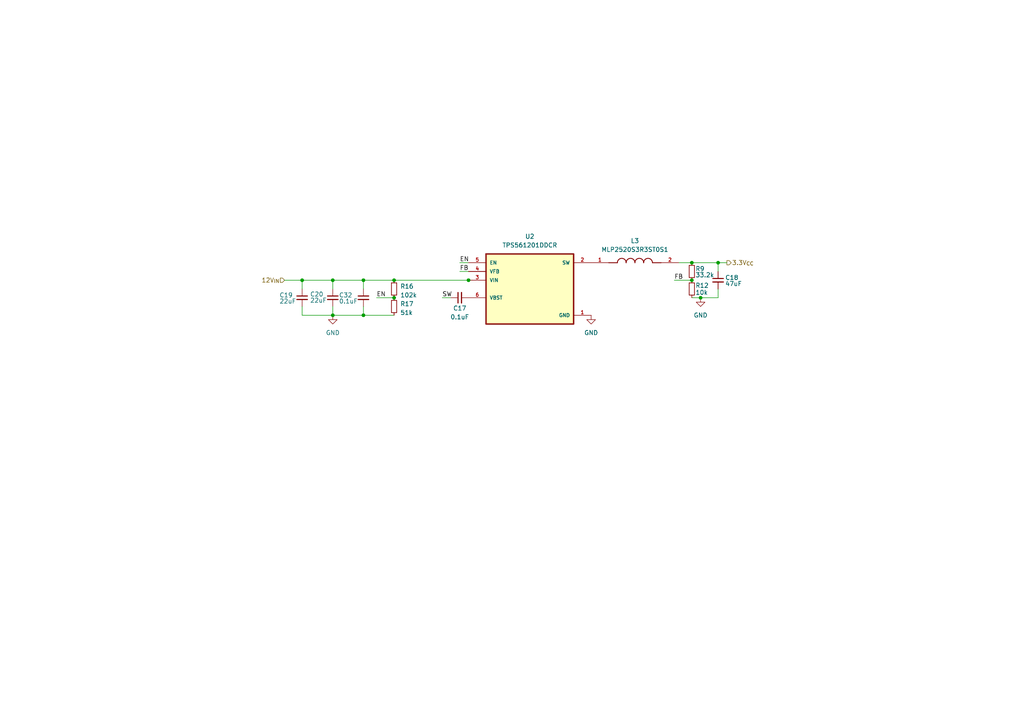
<source format=kicad_sch>
(kicad_sch (version 20240101) (generator "eeschema") (generator_version "8.99")
  (paper "A4")
  (lib_symbols
    (symbol "Device:C_Small" (pin_numbers hide) (pin_names (offset 0.254) hide)
      (property "Reference" "C" (at 0.254 1.778 0))
      (property "Value" "C_Small" (at 0.254 -2.032 0))
      (symbol "C_Small_0_1"
        (polyline (pts (xy -1.524 -0.508) (xy 1.524 -0.508)) (stroke (width 0.3302)))
        (polyline (pts (xy -1.524 0.508) (xy 1.524 0.508)) (stroke (width 0.3048)))
      )
      (symbol "C_Small_1_1"
        (pin passive line (at 0 2.54 270) (length 2.032) (name "~") (number "1"))
        (pin passive line (at 0 -2.54 90) (length 2.032) (name "~") (number "2"))
      )
    )
    (symbol "Device:R_Small" (pin_numbers hide) (pin_names (offset 0.254) hide)
      (property "Reference" "R" (at 0.762 0.508 0))
      (property "Value" "R_Small" (at 0.762 -1.016 0))
      (symbol "R_Small_0_1"
        (rectangle (start -0.762 1.778) (end 0.762 -1.778) (stroke (width 0.2032)))
      )
      (symbol "R_Small_1_1"
        (pin passive line (at 0 2.54 270) (length 0.762) (name "~") (number "1"))
        (pin passive line (at 0 -2.54 90) (length 0.762) (name "~") (number "2"))
      )
    )
    (symbol "MLP2520S3R3ST0S1:MLP2520S3R3ST0S1" (pin_names (offset 1.016))
      (property "Reference" "L" (at -10.16 7.62 0))
      (property "Value" "MLP2520S3R3ST0S1" (at -10.16 5.08 0))
      (symbol "MLP2520S3R3ST0S1_0_0"
        (arc (start -2.54 0) (mid -3.81 1.2645) (end -5.08 0) (stroke (width 0.254)))
        (arc (start 0 0) (mid -1.27 1.2645) (end -2.54 0) (stroke (width 0.254)))
        (polyline (pts (xy -5.08 0) (xy -7.62 0)) (stroke (width 0.254)))
        (polyline (pts (xy 5.08 0) (xy 7.62 0)) (stroke (width 0.254)))
        (arc (start 2.54 0) (mid 1.27 1.2645) (end 0 0) (stroke (width 0.254)))
        (arc (start 5.08 0) (mid 3.81 1.2645) (end 2.54 0) (stroke (width 0.254)))
        (pin passive line (at -12.7 0 0) (length 5.08) (name "~") (number "1"))
        (pin passive line (at 12.7 0 180) (length 5.08) (name "~") (number "2"))
      )
    )
    (symbol "TPS561201DDCR:TPS561201DDCR" (pin_names (offset 1.016))
      (property "Reference" "U" (at -12.7 11.16 0))
      (property "Value" "TPS561201DDCR" (at -12.7 -14.16 0))
      (symbol "TPS561201DDCR_0_0"
        (rectangle (start -12.7 -10.16) (end 12.7 10.16) (stroke (width 0.41)) (fill (type background)))
        (pin power_in line (at 17.78 -7.62 180) (length 5.08) (name "GND") (number "1"))
        (pin output line (at 17.78 7.62 180) (length 5.08) (name "SW") (number "2"))
        (pin input line (at -17.78 2.54 0) (length 5.08) (name "VIN") (number "3"))
        (pin input line (at -17.78 5.08 0) (length 5.08) (name "VFB") (number "4"))
        (pin input line (at -17.78 7.62 0) (length 5.08) (name "EN") (number "5"))
        (pin bidirectional line (at -17.78 -2.54 0) (length 5.08) (name "VBST") (number "6"))
      )
    )
    (symbol "power:GND" (power) (pin_numbers hide) (pin_names (offset 0) hide)
      (property "Value" "GND" (at 0 -3.81 0))
      (symbol "GND_0_1"
        (polyline (pts (xy 0 0) (xy 0 -1.27) (xy 1.27 -1.27) (xy 0 -2.54) (xy -1.27 -1.27) (xy 0 -1.27)))
      )
      (symbol "GND_1_1"
        (pin power_in line (at 0 0 270) (length 0) (name "~") (number "1"))
      )
    )
  )
  (junction (at 105.41 91.44))
  (junction (at 114.3 86.36))
  (junction (at 208.28 76.2))
  (junction (at 87.63 81.28))
  (junction (at 114.3 81.28))
  (junction (at 203.2 86.36))
  (junction (at 105.41 81.28))
  (junction (at 200.66 81.28))
  (junction (at 96.52 81.28))
  (junction (at 200.66 76.2))
  (junction (at 96.52 91.44))
  (junction (at 135.89 81.28))
  (wire (pts (xy 105.41 81.28) (xy 114.3 81.28)))
  (wire (pts (xy 200.66 76.2) (xy 208.28 76.2)))
  (wire (pts (xy 200.66 76.2) (xy 196.85 76.2)))
  (wire (pts (xy 96.52 83.82) (xy 96.52 81.28)))
  (wire (pts (xy 109.22 86.36) (xy 114.3 86.36)))
  (wire (pts (xy 96.52 91.44) (xy 96.52 88.9)))
  (wire (pts (xy 128.27 86.36) (xy 130.81 86.36)))
  (wire (pts (xy 105.41 91.44) (xy 114.3 91.44)))
  (wire (pts (xy 208.28 76.2) (xy 208.28 78.74)))
  (wire (pts (xy 105.41 88.9) (xy 105.41 91.44)))
  (wire (pts (xy 105.41 83.82) (xy 105.41 81.28)))
  (wire (pts (xy 133.35 76.2) (xy 135.89 76.2)))
  (wire (pts (xy 96.52 91.44) (xy 105.41 91.44)))
  (wire (pts (xy 208.28 83.82) (xy 208.28 86.36)))
  (wire (pts (xy 87.63 83.82) (xy 87.63 81.28)))
  (wire (pts (xy 96.52 81.28) (xy 105.41 81.28)))
  (wire (pts (xy 137.16 81.28) (xy 135.89 81.28)))
  (wire (pts (xy 87.63 88.9) (xy 87.63 91.44)))
  (wire (pts (xy 195.58 81.28) (xy 200.66 81.28)))
  (wire (pts (xy 133.35 78.74) (xy 135.89 78.74)))
  (wire (pts (xy 208.28 86.36) (xy 203.2 86.36)))
  (wire (pts (xy 87.63 81.28) (xy 96.52 81.28)))
  (wire (pts (xy 114.3 81.28) (xy 135.89 81.28)))
  (wire (pts (xy 87.63 91.44) (xy 96.52 91.44)))
  (wire (pts (xy 208.28 76.2) (xy 210.82 76.2)))
  (wire (pts (xy 203.2 86.36) (xy 200.66 86.36)))
  (wire (pts (xy 82.55 81.28) (xy 87.63 81.28)))
  (label "SW" (at 128.27 86.36 0))
  (label "EN" (at 109.22 86.36 0))
  (label "FB" (at 133.35 78.74 0))
  (label "FB" (at 195.58 81.28 0))
  (label "EN" (at 133.35 76.2 0))
  (hierarchical_label "3.3V_{CC}" (shape output) (at 210.82 76.2 0))
  (hierarchical_label "12V_{IN}" (shape input) (at 82.55 81.28 180))
  (symbol (lib_id "Device:R_Small") (at 114.3 88.9 0) (unit 1)
    (property "Reference" "R17" (at 116.078 88.138 0) (effects (justify left)))
    (property "Value" "51k" (at 116.078 90.678 0) (effects (justify left)))
    (property "Footprint" "Resistor_SMD:R_0402_1005Metric" (effects (hide yes)))
    (property "Description" "Resistor, small symbol" (effects (hide yes)))
  )
  (symbol (lib_id "TPS561201DDCR:TPS561201DDCR") (at 153.67 83.82 0) (unit 1)
    (property "Reference" "U2" (at 153.67 68.58 0))
    (property "Value" "TPS561201DDCR" (at 153.67 71.12 0))
    (property "Footprint" "TPS561201DDCR:SOT95P280X110-6N" (effects (hide yes)))
    (property "MF" "Texas Instruments" (effects (hide yes)))
    (property "Description_1" "\n                        \n                            4.5V to 17V Input, 1A Synchronous Step-Down Voltage Regulator in 6-pin SOT-23\n                        \n" (effects (hide yes)))
    (property "Package" "SOT-23-THN-6 Texas Instruments" (effects (hide yes)))
    (property "Price" "None" (effects (hide yes)))
    (property "SnapEDA_Link" "https://www.snapeda.com/parts/TPS561201DDCR/Texas+Instruments/view-part/?ref=snap" (effects (hide yes)))
    (property "MP" "TPS561201DDCR" (effects (hide yes)))
    (property "Availability" "In Stock" (effects (hide yes)))
    (property "Check_prices" "https://www.snapeda.com/parts/TPS561201DDCR/Texas+Instruments/view-part/?ref=eda" (effects (hide yes)))
  )
  (symbol (lib_id "Device:C_Small") (at 96.52 86.36 0) (unit 1)
    (property "Reference" "C20" (at 89.916 85.344 0) (effects (justify left)))
    (property "Value" "22uF" (at 89.916 87.1158 0) (effects (justify left)))
    (property "Footprint" "Capacitor_SMD:C_0402_1005Metric" (effects (hide yes)))
    (property "Description" "Unpolarized capacitor, small symbol" (effects (hide yes)))
  )
  (symbol (lib_id "MLP2520S3R3ST0S1:MLP2520S3R3ST0S1") (at 184.15 76.2 0) (unit 1)
    (property "Reference" "L3" (at 184.15 69.85 0))
    (property "Value" "MLP2520S3R3ST0S1" (at 184.15 72.39 0))
    (property "Footprint" "MLP2520S3R3ST0S1:INDC2520X120N" (effects (hide yes)))
    (property "MF" "TDK" (effects (hide yes)))
    (property "Description_1" "\n                        \n                            3.3 µH Shielded Multilayer Inductor 1 A 143mOhm Max 1008 (2520 Metric)\n                        \n" (effects (hide yes)))
    (property "Package" "2520 TDK" (effects (hide yes)))
    (property "Price" "None" (effects (hide yes)))
    (property "SnapEDA_Link" "https://www.snapeda.com/parts/MLP2520S3R3ST0S1/TDK/view-part/?ref=snap" (effects (hide yes)))
    (property "MP" "MLP2520S3R3ST0S1" (effects (hide yes)))
    (property "Availability" "In Stock" (effects (hide yes)))
    (property "Check_prices" "https://www.snapeda.com/parts/MLP2520S3R3ST0S1/TDK/view-part/?ref=eda" (effects (hide yes)))
  )
  (symbol (lib_id "power:GND") (at 203.2 86.36 0) (unit 1)
    (property "Reference" "#PWR014" (effects (hide yes)))
    (property "Value" "GND" (at 203.2 91.44 0))
    (property "Description" "Power symbol creates a global label with name \"GND\" , ground" (effects (hide yes)))
  )
  (symbol (lib_id "Device:R_Small") (at 114.3 83.82 0) (unit 1)
    (property "Reference" "R16" (at 116.078 83.058 0) (effects (justify left)))
    (property "Value" "102k" (at 116.078 85.598 0) (effects (justify left)))
    (property "Footprint" "Resistor_SMD:R_0402_1005Metric" (effects (hide yes)))
    (property "Description" "Resistor, small symbol" (effects (hide yes)))
  )
  (symbol (lib_id "Device:C_Small") (at 87.63 86.36 0) (unit 1)
    (property "Reference" "C19" (at 81.026 85.598 0) (effects (justify left)))
    (property "Value" "22uF" (at 81.026 87.3698 0) (effects (justify left)))
    (property "Footprint" "Capacitor_SMD:C_0402_1005Metric" (effects (hide yes)))
    (property "Description" "Unpolarized capacitor, small symbol" (effects (hide yes)))
  )
  (symbol (lib_id "Device:R_Small") (at 200.66 83.82 0) (unit 1)
    (property "Reference" "R12" (at 201.676 82.804 0) (effects (justify left)))
    (property "Value" "10k" (at 201.676 84.836 0) (effects (justify left)))
    (property "Footprint" "Resistor_SMD:R_0402_1005Metric" (effects (hide yes)))
    (property "Description" "Resistor, small symbol" (effects (hide yes)))
  )
  (symbol (lib_id "power:GND") (at 96.52 91.44 0) (unit 1)
    (property "Reference" "#PWR016" (effects (hide yes)))
    (property "Value" "GND" (at 96.52 96.52 0))
    (property "Description" "Power symbol creates a global label with name \"GND\" , ground" (effects (hide yes)))
  )
  (symbol (lib_id "Device:C_Small") (at 208.28 81.28 0) (unit 1)
    (property "Reference" "C18" (at 210.312 80.518 0) (effects (justify left)))
    (property "Value" "47uF" (at 210.312 82.3022 0) (effects (justify left)))
    (property "Footprint" "Capacitor_SMD:C_0402_1005Metric" (effects (hide yes)))
    (property "Description" "Unpolarized capacitor, small symbol" (effects (hide yes)))
  )
  (symbol (lib_id "power:GND") (at 171.45 91.44 0) (unit 1)
    (property "Reference" "#PWR013" (effects (hide yes)))
    (property "Value" "GND" (at 171.45 96.52 0))
    (property "Description" "Power symbol creates a global label with name \"GND\" , ground" (effects (hide yes)))
  )
  (symbol (lib_id "Device:R_Small") (at 200.66 78.74 0) (unit 1)
    (property "Reference" "R9" (at 201.676 77.978 0) (effects (justify left)))
    (property "Value" "33.2k" (at 201.676 79.756 0) (effects (justify left)))
    (property "Footprint" "Resistor_SMD:R_0402_1005Metric" (effects (hide yes)))
    (property "Description" "Resistor, small symbol" (effects (hide yes)))
  )
  (symbol (lib_id "Device:C_Small") (at 133.35 86.36 90) (unit 1)
    (property "Reference" "C17" (at 133.35 89.408 90))
    (property "Value" "0.1uF" (at 133.35 91.948 90))
    (property "Footprint" "Capacitor_SMD:C_0402_1005Metric" (effects (hide yes)))
    (property "Description" "Unpolarized capacitor, small symbol" (effects (hide yes)))
  )
  (symbol (lib_id "Device:C_Small") (at 105.41 86.36 0) (unit 1)
    (property "Reference" "C32" (at 98.298 85.598 0) (effects (justify left)))
    (property "Value" "0.1uF" (at 98.298 87.3698 0) (effects (justify left)))
    (property "Footprint" "Capacitor_SMD:C_0402_1005Metric" (effects (hide yes)))
    (property "Description" "Unpolarized capacitor, small symbol" (effects (hide yes)))
  )
)
</source>
